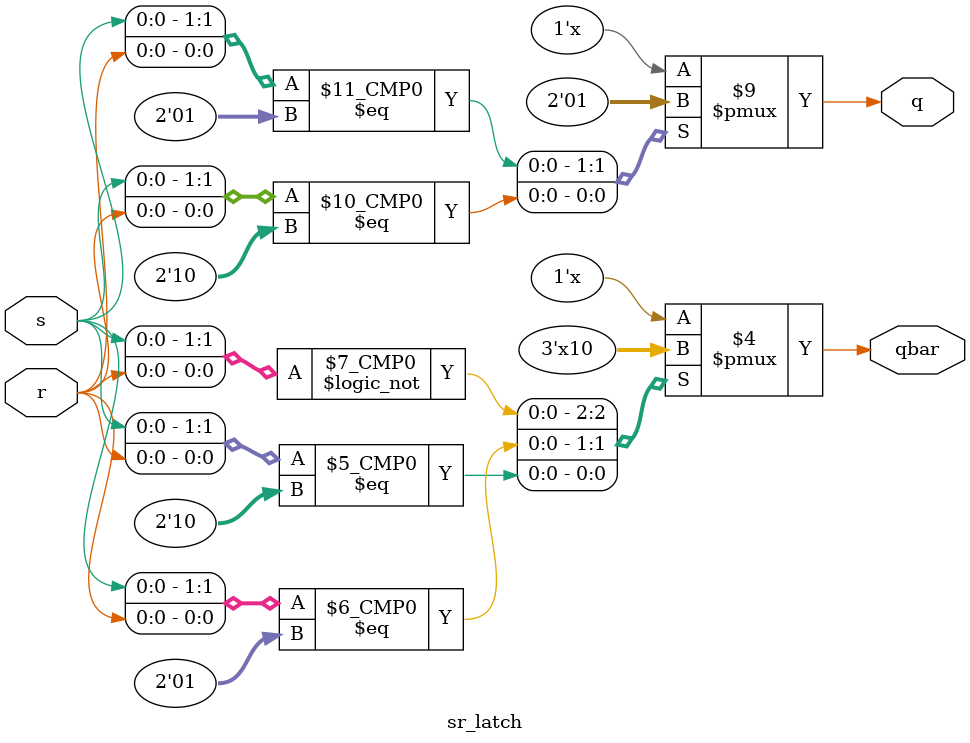
<source format=v>
module sr_latch(s,r,q,qbar);
	input s,r;
	output reg q,qbar;
	
	always@(s or r)begin
		case({s,r})
			2'b00 :
			begin
				q=q;qbar=~q;
			end
			2'b01 :
			begin
				q=0;qbar=1;
			end
			2'b10 :
			begin 
				q=1;qbar=0;
			end
			default :
			begin
				q=1'bx;
				qbar=1'bx;
			end
		endcase
	end
endmodule


//--> Structural Model
/*
module sr_latch(s,r,q,qbar);
	input s,r;
	output q,qbar;
	nor g1(q,r,qbar);
	nor g2(qbar,s,q);
endmodule
*/

</source>
